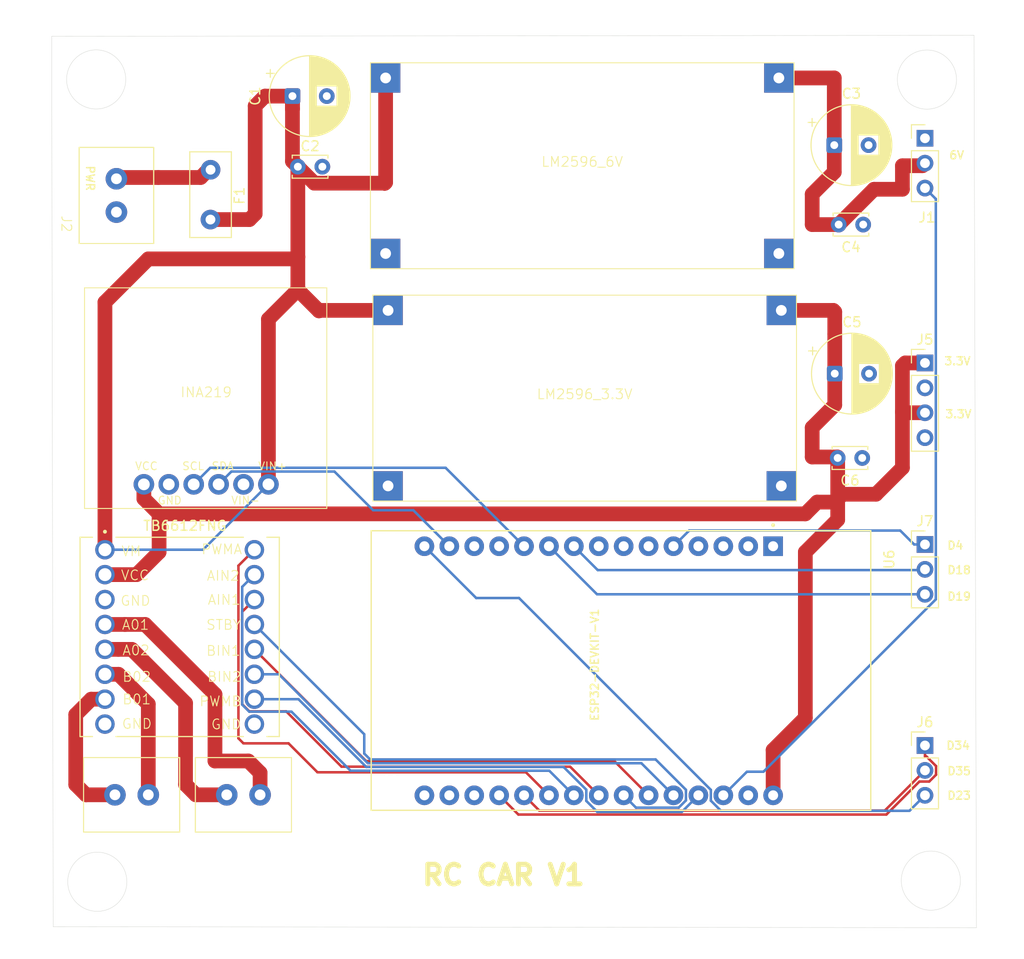
<source format=kicad_pcb>
(kicad_pcb (version 20241229) (generator "pcbnew") (generator_version "9.0")
  (layers (0 "F.Cu" signal "Front") (4 "In1.Cu" power) (6 "In2.Cu" power) (2 "B.Cu" signal "Back") (13 "F.Paste" user) (15 "B.Paste" user) (5 "F.SilkS" user "F.Silkscreen") (7 "B.SilkS" user "B.Silkscreen") (1 "F.Mask" user) (3 "B.Mask" user) (25 "Edge.Cuts" user))
  (net 0 "")
  (net 1 "GND")
  (net 2 "+6V")
  (net 3 "+3.3V")
  (net 4 "+7.5V")
  (net 5 "Net-(J1-Pin_3)")
  (net 6 "Net-(J3-Pin_1)")
  (net 7 "Net-(J3-Pin_2)")
  (net 8 "Net-(J4-Pin_1)")
  (net 9 "Net-(J4-Pin_2)")
  (net 10 "Net-(U3-STBY)")
  (net 11 "Net-(U3-PWMB)")
  (net 12 "Net-(U3-AI2)")
  (net 13 "Net-(U3-BI1)")
  (net 14 "Net-(U3-BI2)")
  (net 15 "Net-(U3-PWMA)")
  (net 16 "Net-(U3-AI1)")
  (net 26 "Net-(INA219_Module1-SCL)")
  (net 27 "Net-(INA219_Module1-SDA)")
  (net 28 "Net-(J2-Pin_2)")
  (net 30 "Net-(J7-Pin_1)")
  (net 31 "Net-(J6-Pin_3)")
  (net 32 "Net-(J6-Pin_2)")
  (net 33 "Net-(J7-Pin_3)")
  (net 34 "Net-(J6-Pin_1)")
  (net 35 "Net-(J7-Pin_2)")
  (footprint "custom:ScrewTerminal_01x02_Custom_4.5mm" (layer "F.Cu") (at 122.6 134.45)
    (property "Reference" "J3" (hide yes))
    (property "Value" "Screw_Terminal_01x02")
    (pad "1" thru_hole circle (at 1.7 0) (size 2.2 2.2) (drill 1.1) (layers "*.Cu" "*.Mask") (net 6 "Net-(J3-Pin_1)"))
    (pad "2" thru_hole circle (at -1.7 0) (size 2.2 2.2) (drill 1.1) (layers "*.Cu" "*.Mask") (net 7 "Net-(J3-Pin_2)"))
  )
  (footprint "Fuse:Fuse_Littelfuse_395Series" (layer "F.Cu") (at 119.25 70.71 -90)
    (property "Reference" "F1" (at 2.65 -2.95 270) (layer "F.SilkS"))
    (property "Value" "Polyfuse")
    (pad "1" thru_hole circle (at 0 0 270) (size 2 2) (drill 1) (layers "*.Cu" "*.Mask") (net 28 "Net-(J2-Pin_2)"))
    (pad "2" thru_hole circle (at 5.08 0.01 270) (size 2 2) (drill 1) (layers "*.Cu" "*.Mask") (net 4 "+7.5V"))
  )
  (footprint "custom:LM2596S_Module" (layer "F.Cu") (at 157.15 70.4)
    (property "Reference" "LM2596_6V" (at 0 -0.5 0) (layer "F.SilkS") (effects (font (thickness 0.1))))
    (property "Value" "~")
    (pad "1" thru_hole rect (at -20.05 -9.05) (size 3 3) (drill 1.1) (layers "*.Cu" "*.Mask") (net 4 "+7.5V"))
    (pad "2" thru_hole rect (at -20.05 8.85) (size 3 3) (drill 1.1) (layers "*.Cu" "*.Mask") (net 1 "GND"))
    (pad "3" thru_hole rect (at 20.05 -9.05) (size 3 3) (drill 1.1) (layers "*.Cu" "*.Mask") (net 2 "+6V"))
    (pad "4" thru_hole rect (at 20.05 8.85) (size 3 3) (drill 1.1) (layers "*.Cu" "*.Mask") (net 1 "GND"))
  )
  (footprint "Capacitor_THT:C_Disc_D3.4mm_W2.1mm_P2.50mm" (layer "F.Cu") (at 185.7 100.1 180)
    (property "Reference" "C6" (at 1.25 -2.3 0) (layer "F.SilkS"))
    (property "Value" "C")
    (pad "1" thru_hole circle (at 0 0 180) (size 1.6 1.6) (drill 0.8) (layers "*.Cu" "*.Mask") (net 1 "GND"))
    (pad "2" thru_hole circle (at 2.5 0 180) (size 1.6 1.6) (drill 0.8) (layers "*.Cu" "*.Mask") (net 3 "+3.3V"))
  )
  (footprint "Connector_PinHeader_2.54mm:PinHeader_1x03_P2.54mm_Vertical" (layer "F.Cu") (at 192.1 108.92)
    (property "Reference" "J7" (at 0 -2.38 0) (layer "F.SilkS"))
    (property "Value" "Conn_01x03_Pin")
    (pad "1" thru_hole rect (at 0 0) (size 1.7 1.7) (drill 1) (layers "*.Cu" "*.Mask") (net 30 "Net-(J7-Pin_1)"))
    (pad "2" thru_hole circle (at 0 2.54) (size 1.7 1.7) (drill 1) (layers "*.Cu" "*.Mask") (net 35 "Net-(J7-Pin_2)"))
    (pad "3" thru_hole circle (at 0 5.08) (size 1.7 1.7) (drill 1) (layers "*.Cu" "*.Mask") (net 33 "Net-(J7-Pin_3)"))
  )
  (footprint "ROB-14450:MODULE_ROB-14450" (layer "F.Cu") (at 116.1 118.3466)
    (property "Reference" "U3" (hide yes))
    (property "Value" "ROB-14450" (hide yes))
    (fp_text user "A02" (at -5.9 1.95 0) (layer "F.SilkS") (effects (font (thickness 0.1)) (justify left bottom)))
    (fp_text user "PWMA" (at 2.15 -8.35 0) (layer "F.SilkS") (effects (font (thickness 0.1)) (justify left bottom)))
    (fp_text user "B01" (at -5.9 6.95 0) (layer "F.SilkS") (effects (font (thickness 0.1)) (justify left bottom)))
    (fp_text user "AIN1" (at 2.8 -3.2 0) (layer "F.SilkS") (effects (font (thickness 0.1)) (justify left bottom)))
    (fp_text user "PWMB" (at 1.95 7.15 0) (layer "F.SilkS") (effects (font (thickness 0.1)) (justify left bottom)))
    (fp_text user "VM" (at -6 -8.15 0) (layer "F.SilkS") (effects (font (thickness 0.1)) (justify left bottom)))
    (fp_text user "B02" (at -5.9 4.65 0) (layer "F.SilkS") (effects (font (thickness 0.1)) (justify left bottom)))
    (fp_text user "BIN1" (at 2.65 2 0) (layer "F.SilkS") (effects (font (thickness 0.1)) (justify left bottom)))
    (fp_text user "BIN2" (at 2.75 4.65 0) (layer "F.SilkS") (effects (font (thickness 0.1)) (justify left bottom)))
    (fp_text user "STBY" (at 2.65 -0.65 0) (layer "F.SilkS") (effects (font (thickness 0.1)) (justify left bottom)))
    (fp_text user "AIN2" (at 2.7 -5.65 0) (layer "F.SilkS") (effects (font (thickness 0.1)) (justify left bottom)))
    (fp_text user "GND" (at -6.1 -3.1 0) (layer "F.SilkS") (effects (font (thickness 0.1)) (justify left bottom)))
    (fp_text user "VCC" (at -6.05 -5.7 0) (layer "F.SilkS") (effects (font (thickness 0.1)) (justify left bottom)))
    (fp_text user "GND" (at -5.95 9.45 0) (layer "F.SilkS") (effects (font (thickness 0.1)) (justify left bottom)))
    (fp_text user "GND" (at 3.15 9.5 0) (layer "F.SilkS") (effects (font (thickness 0.1)) (justify left bottom)))
    (fp_text user "A01" (at -5.95 -0.65 0) (layer "F.SilkS") (effects (font (thickness 0.1)) (justify left bottom)))
    (pad "1" thru_hole circle (at -7.62 -8.89) (size 1.98 1.98) (drill 1.32) (layers "*.Cu" "*.Mask") (net 4 "+7.5V"))
    (pad "2" thru_hole circle (at -7.62 -6.35) (size 1.98 1.98) (drill 1.32) (layers "*.Cu" "*.Mask") (net 3 "+3.3V"))
    (pad "3" thru_hole circle (at -7.62 -3.81) (size 1.98 1.98) (drill 1.32) (layers "*.Cu" "*.Mask") (net 1 "GND"))
    (pad "4" thru_hole circle (at -7.62 -1.27) (size 1.98 1.98) (drill 1.32) (layers "*.Cu" "*.Mask") (net 6 "Net-(J3-Pin_1)"))
    (pad "5" thru_hole circle (at -7.62 1.27) (size 1.98 1.98) (drill 1.32) (layers "*.Cu" "*.Mask") (net 7 "Net-(J3-Pin_2)"))
    (pad "6" thru_hole circle (at -7.62 3.81) (size 1.98 1.98) (drill 1.32) (layers "*.Cu" "*.Mask") (net 9 "Net-(J4-Pin_2)"))
    (pad "7" thru_hole circle (at -7.62 6.35) (size 1.98 1.98) (drill 1.32) (layers "*.Cu" "*.Mask") (net 8 "Net-(J4-Pin_1)"))
    (pad "8" thru_hole circle (at -7.62 8.89) (size 1.98 1.98) (drill 1.32) (layers "*.Cu" "*.Mask") (net 1 "GND"))
    (pad "9" thru_hole circle (at 7.62 8.89) (size 1.98 1.98) (drill 1.32) (layers "*.Cu" "*.Mask") (net 1 "GND"))
    (pad "10" thru_hole circle (at 7.62 6.35) (size 1.98 1.98) (drill 1.32) (layers "*.Cu" "*.Mask") (net 11 "Net-(U3-PWMB)"))
    (pad "11" thru_hole circle (at 7.62 3.81) (size 1.98 1.98) (drill 1.32) (layers "*.Cu" "*.Mask") (net 14 "Net-(U3-BI2)"))
    (pad "12" thru_hole circle (at 7.62 1.27) (size 1.98 1.98) (drill 1.32) (layers "*.Cu" "*.Mask") (net 13 "Net-(U3-BI1)"))
    (pad "13" thru_hole circle (at 7.62 -1.27) (size 1.98 1.98) (drill 1.32) (layers "*.Cu" "*.Mask") (net 10 "Net-(U3-STBY)"))
    (pad "14" thru_hole circle (at 7.62 -3.81) (size 1.98 1.98) (drill 1.32) (layers "*.Cu" "*.Mask") (net 16 "Net-(U3-AI1)"))
    (pad "15" thru_hole circle (at 7.62 -6.35) (size 1.98 1.98) (drill 1.32) (layers "*.Cu" "*.Mask") (net 12 "Net-(U3-AI2)"))
    (pad "16" thru_hole circle (at 7.62 -8.89) (size 1.98 1.98) (drill 1.32) (layers "*.Cu" "*.Mask") (net 15 "Net-(U3-PWMA)"))
  )
  (footprint "Capacitor_THT:CP_Radial_D8.0mm_P3.50mm" (layer "F.Cu") (at 127.6 63.2)
    (property "Reference" "C1" (at -3.8 0 90) (layer "F.SilkS"))
    (property "Value" "C_Polarized")
    (pad "1" thru_hole roundrect (at 0 0) (size 1.6 1.6) (drill 0.8) (layers "*.Cu" "*.Mask") (roundrect_rratio 0.15625) (net 4 "+7.5V"))
    (pad "2" thru_hole circle (at 3.5 0) (size 1.6 1.6) (drill 0.8) (layers "*.Cu" "*.Mask") (net 1 "GND"))
  )
  (footprint "ESP32-DEVKIT-V1:MODULE_ESP32_DEVKIT_V1" (layer "F.Cu") (at 161.1 121.8 -90)
    (property "Reference" "U6" (at -11.355 -27.36 90) (layer "F.SilkS"))
    (property "Value" "ESP32-DEVKIT-V1")
    (pad "" np_thru_hole circle (at -12.28 -23.475 270) (size 3 3) (drill 3) (layers "*.Cu" "*.Mask"))
    (pad "" np_thru_hole circle (at -12.28 23.475 270) (size 3 3) (drill 3) (layers "*.Cu" "*.Mask"))
    (pad "" np_thru_hole circle (at 12.23 -23.475 270) (size 3 3) (drill 3) (layers "*.Cu" "*.Mask"))
    (pad "" np_thru_hole circle (at 12.23 23.475 270) (size 3 3) (drill 3) (layers "*.Cu" "*.Mask"))
    (pad "1" thru_hole rect (at -12.7 -15.515 270) (size 2 2) (drill 1.02) (layers "*.Cu" "*.Mask"))
    (pad "2" thru_hole circle (at -12.7 -12.975 270) (size 2 2) (drill 1.02) (layers "*.Cu" "*.Mask") (net 1 "GND"))
    (pad "3" thru_hole circle (at -12.7 -10.435 270) (size 2 2) (drill 1.02) (layers "*.Cu" "*.Mask"))
    (pad "4" thru_hole circle (at -12.7 -7.895 270) (size 2 2) (drill 1.02) (layers "*.Cu" "*.Mask"))
    (pad "5" thru_hole circle (at -12.7 -5.355 270) (size 2 2) (drill 1.02) (layers "*.Cu" "*.Mask") (net 30 "Net-(J7-Pin_1)"))
    (pad "6" thru_hole circle (at -12.7 -2.815 270) (size 2 2) (drill 1.02) (layers "*.Cu" "*.Mask"))
    (pad "7" thru_hole circle (at -12.7 -0.275 270) (size 2 2) (drill 1.02) (layers "*.Cu" "*.Mask"))
    (pad "8" thru_hole circle (at -12.7 2.265 270) (size 2 2) (drill 1.02) (layers "*.Cu" "*.Mask"))
    (pad "9" thru_hole circle (at -12.7 4.805 270) (size 2 2) (drill 1.02) (layers "*.Cu" "*.Mask") (net 35 "Net-(J7-Pin_2)"))
    (pad "10" thru_hole circle (at -12.7 7.345 270) (size 2 2) (drill 1.02) (layers "*.Cu" "*.Mask") (net 33 "Net-(J7-Pin_3)"))
    (pad "11" thru_hole circle (at -12.7 9.885 270) (size 2 2) (drill 1.02) (layers "*.Cu" "*.Mask") (net 27 "Net-(INA219_Module1-SDA)"))
    (pad "12" thru_hole circle (at -12.7 12.425 270) (size 2 2) (drill 1.02) (layers "*.Cu" "*.Mask"))
    (pad "13" thru_hole circle (at -12.7 14.965 270) (size 2 2) (drill 1.02) (layers "*.Cu" "*.Mask"))
    (pad "14" thru_hole circle (at -12.7 17.505 270) (size 2 2) (drill 1.02) (layers "*.Cu" "*.Mask") (net 26 "Net-(INA219_Module1-SCL)"))
    (pad "15" thru_hole circle (at -12.7 20.045 270) (size 2 2) (drill 1.02) (layers "*.Cu" "*.Mask") (net 31 "Net-(J6-Pin_3)"))
    (pad "16" thru_hole circle (at 12.7 20.045 270) (size 2 2) (drill 1.02) (layers "*.Cu" "*.Mask"))
    (pad "17" thru_hole circle (at 12.7 17.505 270) (size 2 2) (drill 1.02) (layers "*.Cu" "*.Mask"))
    (pad "18" thru_hole circle (at 12.7 14.965 270) (size 2 2) (drill 1.02) (layers "*.Cu" "*.Mask"))
    (pad "19" thru_hole circle (at 12.7 12.425 270) (size 2 2) (drill 1.02) (layers "*.Cu" "*.Mask") (net 34 "Net-(J6-Pin_1)"))
    (pad "20" thru_hole circle (at 12.7 9.885 270) (size 2 2) (drill 1.02) (layers "*.Cu" "*.Mask") (net 32 "Net-(J6-Pin_2)"))
    (pad "21" thru_hole circle (at 12.7 7.345 270) (size 2 2) (drill 1.02) (layers "*.Cu" "*.Mask") (net 15 "Net-(U3-PWMA)"))
    (pad "22" thru_hole circle (at 12.7 4.805 270) (size 2 2) (drill 1.02) (layers "*.Cu" "*.Mask") (net 12 "Net-(U3-AI2)"))
    (pad "23" thru_hole circle (at 12.7 2.265 270) (size 2 2) (drill 1.02) (layers "*.Cu" "*.Mask") (net 16 "Net-(U3-AI1)"))
    (pad "24" thru_hole circle (at 12.7 -0.275 270) (size 2 2) (drill 1.02) (layers "*.Cu" "*.Mask") (net 10 "Net-(U3-STBY)"))
    (pad "25" thru_hole circle (at 12.7 -2.815 270) (size 2 2) (drill 1.02) (layers "*.Cu" "*.Mask") (net 13 "Net-(U3-BI1)"))
    (pad "26" thru_hole circle (at 12.7 -5.355 270) (size 2 2) (drill 1.02) (layers "*.Cu" "*.Mask") (net 14 "Net-(U3-BI2)"))
    (pad "27" thru_hole circle (at 12.7 -7.895 270) (size 2 2) (drill 1.02) (layers "*.Cu" "*.Mask") (net 11 "Net-(U3-PWMB)"))
    (pad "28" thru_hole circle (at 12.7 -10.435 270) (size 2 2) (drill 1.02) (layers "*.Cu" "*.Mask") (net 5 "Net-(J1-Pin_3)"))
    (pad "29" thru_hole circle (at 12.7 -12.975 270) (size 2 2) (drill 1.02) (layers "*.Cu" "*.Mask") (net 1 "GND"))
    (pad "30" thru_hole circle (at 12.7 -15.515 270) (size 2 2) (drill 1.02) (layers "*.Cu" "*.Mask") (net 3 "+3.3V"))
  )
  (footprint "Capacitor_THT:CP_Radial_D8.0mm_P3.50mm" (layer "F.Cu") (at 182.9 91.5)
    (property "Reference" "C5" (at 1.75 -5.25 0) (layer "F.SilkS"))
    (property "Value" "C_Polarized")
    (pad "1" thru_hole roundrect (at 0 0) (size 1.6 1.6) (drill 0.8) (layers "*.Cu" "*.Mask") (roundrect_rratio 0.15625) (net 3 "+3.3V"))
    (pad "2" thru_hole circle (at 3.5 0) (size 1.6 1.6) (drill 0.8) (layers "*.Cu" "*.Mask") (net 1 "GND"))
  )
  (footprint "custom:ScrewTerminal_01x02_Custom_4.5mm" (layer "F.Cu") (at 111.2 134.45 180)
    (property "Reference" "J4" (hide yes))
    (property "Value" "Screw_Terminal_01x02")
    (pad "1" thru_hole circle (at 1.7 0 180) (size 2.2 2.2) (drill 1.1) (layers "*.Cu" "*.Mask") (net 8 "Net-(J4-Pin_1)"))
    (pad "2" thru_hole circle (at -1.7 0 180) (size 2.2 2.2) (drill 1.1) (layers "*.Cu" "*.Mask") (net 9 "Net-(J4-Pin_2)"))
  )
  (footprint "custom:ScrewTerminal_01x02_Custom_4.5mm" (layer "F.Cu") (at 109.65 73.33 -90)
    (property "Reference" "J2" (at 2.9 5.1 270) (layer "F.SilkS") (effects (font (thickness 0.1))))
    (property "Value" "Screw_Terminal_01x02")
    (pad "1" thru_hole circle (at 1.7 0 270) (size 2.2 2.2) (drill 1.1) (layers "*.Cu" "*.Mask") (net 1 "GND"))
    (pad "2" thru_hole circle (at -1.7 0 270) (size 2.2 2.2) (drill 1.1) (layers "*.Cu" "*.Mask") (net 28 "Net-(J2-Pin_2)"))
  )
  (footprint "custom:INA219_Module" (layer "F.Cu") (at 118.8 93.9)
    (property "Reference" "INA219" (at 0 -0.5 0) (layer "F.SilkS") (effects (font (thickness 0.1))))
    (property "Value" "~")
    (fp_text user "VCC" (at -7.3 7.5 0) (layer "F.SilkS") (effects (font (size 0.8 0.8) (thickness 0.1)) (justify left bottom)))
    (fp_text user "VIN+" (at 5.25 7.5 0) (layer "F.SilkS") (effects (font (size 0.8 0.8) (thickness 0.1)) (justify left bottom)))
    (fp_text user "SCL" (at -2.5 7.5 0) (layer "F.SilkS") (effects (font (size 0.8 0.8) (thickness 0.1)) (justify left bottom)))
    (fp_text user "VIN-" (at 2.5 11 0) (layer "F.SilkS") (effects (font (size 0.8 0.8) (thickness 0.1)) (justify left bottom)))
    (fp_text user "SDA" (at 0.5 7.5 0) (layer "F.SilkS") (effects (font (size 0.8 0.8) (thickness 0.1)) (justify left bottom)))
    (fp_text user "GND" (at -5 11 0) (layer "F.SilkS") (effects (font (size 0.8 0.8) (thickness 0.1)) (justify left bottom)))
    (pad "1" thru_hole circle (at -6.35 8.89) (size 2.1 2.1) (drill 1.2) (layers "*.Cu" "*.Mask") (net 3 "+3.3V"))
    (pad "2" thru_hole circle (at -3.81 8.89) (size 2.1 2.1) (drill 1.2) (layers "*.Cu" "*.Mask") (net 1 "GND"))
    (pad "3" thru_hole circle (at -1.27 8.89) (size 2.1 2.1) (drill 1.2) (layers "*.Cu" "*.Mask") (net 27 "Net-(INA219_Module1-SDA)"))
    (pad "4" thru_hole circle (at 1.27 8.89) (size 2.1 2.1) (drill 1.2) (layers "*.Cu" "*.Mask") (net 26 "Net-(INA219_Module1-SCL)"))
    (pad "5" thru_hole circle (at 3.81 8.89) (size 2.1 2.1) (drill 1.2) (layers "*.Cu" "*.Mask") (net 1 "GND"))
    (pad "6" thru_hole circle (at 6.35 8.89) (size 2.1 2.1) (drill 1.2) (layers "*.Cu" "*.Mask") (net 4 "+7.5V"))
  )
  (footprint "Capacitor_THT:C_Disc_D3.4mm_W2.1mm_P2.50mm" (layer "F.Cu") (at 185.8 76.3 180)
    (property "Reference" "C4" (at 1.25 -2.3 0) (layer "F.SilkS"))
    (property "Value" "C")
    (pad "1" thru_hole circle (at 0 0 180) (size 1.6 1.6) (drill 0.8) (layers "*.Cu" "*.Mask") (net 1 "GND"))
    (pad "2" thru_hole circle (at 2.5 0 180) (size 1.6 1.6) (drill 0.8) (layers "*.Cu" "*.Mask") (net 2 "+6V"))
  )
  (footprint "custom:LM2596S_Module" (layer "F.Cu") (at 157.4 94.1)
    (property "Reference" "LM2596_3.3V" (at 0 -0.5 0) (layer "F.SilkS") (effects (font (thickness 0.1))))
    (property "Value" "~")
    (pad "1" thru_hole rect (at -20.05 -9.05) (size 3 3) (drill 1.1) (layers "*.Cu" "*.Mask") (net 4 "+7.5V"))
    (pad "2" thru_hole rect (at -20.05 8.85) (size 3 3) (drill 1.1) (layers "*.Cu" "*.Mask") (net 1 "GND"))
    (pad "3" thru_hole rect (at 20.05 -9.05) (size 3 3) (drill 1.1) (layers "*.Cu" "*.Mask") (net 3 "+3.3V"))
    (pad "4" thru_hole rect (at 20.05 8.85) (size 3 3) (drill 1.1) (layers "*.Cu" "*.Mask") (net 1 "GND"))
  )
  (footprint "Connector_PinHeader_2.54mm:PinHeader_1x04_P2.54mm_Vertical" (layer "F.Cu") (at 192.1 90.41)
    (property "Reference" "J5" (at 0 -2.38 0) (layer "F.SilkS"))
    (property "Value" "Conn_01x04_Pin")
    (pad "1" thru_hole rect (at 0 0) (size 1.7 1.7) (drill 1) (layers "*.Cu" "*.Mask") (net 3 "+3.3V"))
    (pad "2" thru_hole circle (at 0 2.54) (size 1.7 1.7) (drill 1) (layers "*.Cu" "*.Mask") (net 1 "GND"))
    (pad "3" thru_hole circle (at 0 5.08) (size 1.7 1.7) (drill 1) (layers "*.Cu" "*.Mask") (net 3 "+3.3V"))
    (pad "4" thru_hole circle (at 0 7.62) (size 1.7 1.7) (drill 1) (layers "*.Cu" "*.Mask") (net 1 "GND"))
  )
  (footprint "Connector_PinHeader_2.54mm:PinHeader_1x03_P2.54mm_Vertical" (layer "F.Cu") (at 192.1 67.5)
    (property "Reference" "J1" (at 0.2 8.08 0) (layer "F.SilkS"))
    (property "Value" "Conn_01x03_Pin")
    (pad "1" thru_hole rect (at 0 0) (size 1.7 1.7) (drill 1) (layers "*.Cu" "*.Mask") (net 1 "GND"))
    (pad "2" thru_hole circle (at 0 2.54) (size 1.7 1.7) (drill 1) (layers "*.Cu" "*.Mask") (net 2 "+6V"))
    (pad "3" thru_hole circle (at 0 5.08) (size 1.7 1.7) (drill 1) (layers "*.Cu" "*.Mask") (net 5 "Net-(J1-Pin_3)"))
  )
  (footprint "Capacitor_THT:C_Disc_D3.4mm_W2.1mm_P2.50mm" (layer "F.Cu") (at 128.15 70.4)
    (property "Reference" "C2" (at 1.25 -2.1 0) (layer "F.SilkS"))
    (property "Value" "C")
    (pad "1" thru_hole circle (at 0 0) (size 1.6 1.6) (drill 0.8) (layers "*.Cu" "*.Mask") (net 4 "+7.5V"))
    (pad "2" thru_hole circle (at 2.5 0) (size 1.6 1.6) (drill 0.8) (layers "*.Cu" "*.Mask") (net 1 "GND"))
  )
  (footprint "Capacitor_THT:CP_Radial_D8.0mm_P3.50mm" (layer "F.Cu") (at 182.85 68.2)
    (property "Reference" "C3" (at 1.75 -5.25 0) (layer "F.SilkS"))
    (property "Value" "C_Polarized")
    (pad "1" thru_hole roundrect (at 0 0) (size 1.6 1.6) (drill 0.8) (layers "*.Cu" "*.Mask") (roundrect_rratio 0.15625) (net 2 "+6V"))
    (pad "2" thru_hole circle (at 3.5 0) (size 1.6 1.6) (drill 0.8) (layers "*.Cu" "*.Mask") (net 1 "GND"))
  )
  (footprint "Connector_PinHeader_2.54mm:PinHeader_1x03_P2.54mm_Vertical" (layer "F.Cu") (at 192.1 129.42)
    (property "Reference" "J6" (at 0 -2.38 0) (layer "F.SilkS"))
    (property "Value" "Conn_01x03_Pin")
    (pad "1" thru_hole rect (at 0 0) (size 1.7 1.7) (drill 1) (layers "*.Cu" "*.Mask") (net 34 "Net-(J6-Pin_1)"))
    (pad "2" thru_hole circle (at 0 2.54) (size 1.7 1.7) (drill 1) (layers "*.Cu" "*.Mask") (net 32 "Net-(J6-Pin_2)"))
    (pad "3" thru_hole circle (at 0 5.08) (size 1.7 1.7) (drill 1) (layers "*.Cu" "*.Mask") (net 31 "Net-(J6-Pin_3)"))
  )
  (gr_circle (center 107.585037 61.5) (end 110.585037 61.2) (stroke (width 0.0381)) (fill no) (layer "Edge.Cuts"))
  (gr_circle (center 192.7 143.2) (end 195.7 142.9) (stroke (width 0.0381)) (fill no) (layer "Edge.Cuts"))
  (gr_line (start 197.099726 56.999734) (end 103.05 57.1) (stroke (width 0.0381)) (layer "Edge.Cuts"))
  (gr_line (start 197.349061 148) (end 103.200623 147.9) (stroke (width 0.0381)) (layer "Edge.Cuts"))
  (gr_circle (center 192.3 61.514963) (end 195.3 61.214963) (stroke (width 0.0381)) (fill no) (layer "Edge.Cuts"))
  (gr_line (start 103.05 57.1) (end 103.200623 147.9) (stroke (width 0.0381)) (layer "Edge.Cuts"))
  (gr_line (start 197.349061 148) (end 197.099726 56.999734) (stroke (width 0.0381)) (layer "Edge.Cuts"))
  (gr_circle (center 107.7 143.314963) (end 110.7 143.014963) (stroke (width 0.0381)) (fill no) (layer "Edge.Cuts"))
  (gr_text "D35" (at 194.3 132.5 0) (layer "F.SilkS") (effects (font (size 0.8128 0.8128) (thickness 0.1524) (bold yes)) (justify left bottom)))
  (gr_text "D4" (at 194.3 109.5 0) (layer "F.SilkS") (effects (font (size 0.8128 0.8128) (thickness 0.1524) (bold yes)) (justify left bottom)))
  (gr_text "D19" (at 194.3 114.7 0) (layer "F.SilkS") (effects (font (size 0.8128 0.8128) (thickness 0.1524) (bold yes)) (justify left bottom)))
  (gr_text "6V" (at 194.5 69.7 0) (layer "F.SilkS") (effects (font (size 0.8128 0.8128) (thickness 0.1524) (bold yes)) (justify left bottom)))
  (gr_text "RC CAR V1" (at 140.6 143.8 0) (layer "F.SilkS") (effects (font (size 2 2) (thickness 0.5) (bold yes)) (justify left bottom)))
  (gr_text "D18\n" (at 194.3 112 0) (layer "F.SilkS") (effects (font (size 0.8128 0.8128) (thickness 0.1524) (bold yes)) (justify left bottom)))
  (gr_text "3.3V\n" (at 194.1 96.1 0) (layer "F.SilkS") (effects (font (size 0.8128 0.8128) (thickness 0.1524) (bold yes)) (justify left bottom)))
  (gr_text "D34" (at 194.2 129.9 0) (layer "F.SilkS") (effects (font (size 0.8128 0.8128) (thickness 0.1524) (bold yes)) (justify left bottom)))
  (gr_text "TB6612FNG" (at 112.3 107.6 0) (layer "F.SilkS") (effects (font (size 1 1) (thickness 0.1524) (bold yes)) (justify left bottom)))
  (gr_text "3.3V" (at 194 90.7 0) (layer "F.SilkS") (effects (font (size 0.8128 0.8128) (thickness 0.1524) (bold yes)) (justify left bottom)))
  (gr_text "D23\n" (at 194.3 135 0) (layer "F.SilkS") (effects (font (size 0.8128 0.8128) (thickness 0.1524) (bold yes)) (justify left bottom)))
  (gr_text "ESP32-DEVKIT-V1" (at 158.9 127 90) (layer "F.SilkS") (effects (font (size 0.8128 0.8128) (thickness 0.1524) (bold yes)) (justify left bottom)))
  (gr_text "PWR" (at 106.5 70.2 270) (layer "F.SilkS") (effects (font (size 0.8128 0.8128) (thickness 0.1524) (bold yes)) (justify left bottom)))
  (segment (start 182.85 70.95) (end 180.6 73.2) (width 1.5) (layer "F.Cu") (net 2))
  (segment (start 186.9 72.7) (end 189.8 72.7) (width 1.5) (layer "F.Cu") (net 2))
  (segment (start 180.6 73.2) (end 180.6 76.3) (width 1.5) (layer "F.Cu") (net 2))
  (segment (start 177.2 61.35) (end 182.85 61.35) (width 1.5) (layer "F.Cu") (net 2))
  (segment (start 191.84 70.3) (end 192.1 70.04) (width 1.5) (layer "F.Cu") (net 2))
  (segment (start 183.3 76.3) (end 186.9 72.7) (width 1.5) (layer "F.Cu") (net 2))
  (segment (start 182.85 68.2) (end 182.85 70.95) (width 1.5) (layer "F.Cu") (net 2))
  (segment (start 182.85 61.35) (end 182.85 68.2) (width 1.5) (layer "F.Cu") (net 2))
  (segment (start 189.8 72.7) (end 189.8 70.3) (width 1.5) (layer "F.Cu") (net 2))
  (segment (start 180.6 76.3) (end 183.3 76.3) (width 1.5) (layer "F.Cu") (net 2))
  (segment (start 189.8 70.3) (end 191.84 70.3) (width 1.5) (layer "F.Cu") (net 2))
  (segment (start 183.2 100.027) (end 183.2 100.1) (width 1.5) (layer "F.Cu") (net 3))
  (segment (start 189.8 95.39) (end 189.8 101.1) (width 1.5) (layer "F.Cu") (net 3))
  (segment (start 176.615 129.885) (end 176.615 134.5) (width 1.5) (layer "F.Cu") (net 3))
  (segment (start 189.8 101.1) (end 187.1 103.8) (width 1.5) (layer "F.Cu") (net 3))
  (segment (start 183.173 100) (end 183.2 100.027) (width 1.5) (layer "F.Cu") (net 3))
  (segment (start 114 109.7) (end 114 105.8) (width 1.5) (layer "F.Cu") (net 3))
  (segment (start 183.7 103.8) (end 183.2 104.3) (width 1.5) (layer "F.Cu") (net 3))
  (segment (start 182.9 94.7) (end 180.6 97) (width 1.5) (layer "F.Cu") (net 3))
  (segment (start 177.45 85.05) (end 182.75 85.05) (width 1.5) (layer "F.Cu") (net 3))
  (segment (start 182.9 87.4577) (end 182.9 91.5) (width 1.5) (layer "F.Cu") (net 3))
  (segment (start 192.1 95.49) (end 189.9 95.49) (width 1.5) (layer "F.Cu") (net 3))
  (segment (start 108.48 111.997) (end 111.703 111.997) (width 1.5) (layer "F.Cu") (net 3))
  (segment (start 183.2 104.3) (end 183.2 106.4) (width 1.5) (layer "F.Cu") (net 3))
  (segment (start 182.9 85.2) (end 182.9 87.4577) (width 1.5) (layer "F.Cu") (net 3))
  (segment (start 183.2 104.3) (end 182.9 104.6) (width 1.5) (layer "F.Cu") (net 3))
  (segment (start 182.9 91.5) (end 182.9 94.7) (width 1.5) (layer "F.Cu") (net 3))
  (segment (start 108.48 111.9966) (end 108.48 111.997) (width 0.254) (layer "F.Cu") (net 3))
  (segment (start 183.2 106.4) (end 179.9 109.7) (width 1.5) (layer "F.Cu") (net 3))
  (segment (start 190.09 90.41) (end 189.8 90.7) (width 1.5) (layer "F.Cu") (net 3))
  (segment (start 187.1 103.8) (end 183.7 103.8) (width 1.5) (layer "F.Cu") (net 3))
  (segment (start 180.6 100) (end 183.173 100) (width 1.5) (layer "F.Cu") (net 3))
  (segment (start 183.2 100.1) (end 183.2 104.3) (width 1.5) (layer "F.Cu") (net 3))
  (segment (start 114 105.8) (end 112.45 104.25) (width 1.5) (layer "F.Cu") (net 3))
  (segment (start 179.9 109.7) (end 179.9 126.6) (width 1.5) (layer "F.Cu") (net 3))
  (segment (start 180.6 97) (end 180.6 100) (width 1.5) (layer "F.Cu") (net 3))
  (segment (start 182.9 104.6) (end 181.1 104.6) (width 1.5) (layer "F.Cu") (net 3))
  (segment (start 181.1 104.6) (end 179.9 105.8) (width 1.5) (layer "F.Cu") (net 3))
  (segment (start 189.9 95.49) (end 189.8 95.39) (width 1.5) (layer "F.Cu") (net 3))
  (segment (start 111.703 111.997) (end 114 109.7) (width 1.5) (layer "F.Cu") (net 3))
  (segment (start 112.45 104.25) (end 112.45 102.79) (width 1.5) (layer "F.Cu") (net 3))
  (segment (start 182.75 85.05) (end 182.9 85.2) (width 1.5) (layer "F.Cu") (net 3))
  (segment (start 189.8 90.7) (end 189.8 95.39) (width 1.5) (layer "F.Cu") (net 3))
  (segment (start 192.1 90.41) (end 190.09 90.41) (width 1.5) (layer "F.Cu") (net 3))
  (segment (start 179.9 105.8) (end 114 105.8) (width 1.5) (layer "F.Cu") (net 3))
  (segment (start 179.9 126.6) (end 176.615 129.885) (width 1.5) (layer "F.Cu") (net 3))
  (segment (start 128.15 79.6) (end 127.95 79.8) (width 1.5) (layer "F.Cu") (net 4))
  (segment (start 127.6 64.5) (end 127.6 63.2) (width 1.5) (layer "F.Cu") (net 4))
  (segment (start 112.9 79.8) (end 108.48 84.22) (width 1.5) (layer "F.Cu") (net 4))
  (segment (start 127.6 63.2) (end 127.6 64.5) (width 1.5) (layer "F.Cu") (net 4))
  (segment (start 123.8 75.2) (end 123.8 64.2) (width 1.5) (layer "F.Cu") (net 4))
  (segment (start 130.35 85.05) (end 137.35 85.05) (width 1.5) (layer "F.Cu") (net 4))
  (segment (start 136.978 72.078) (end 137 72.1) (width 1.5) (layer "F.Cu") (net 4))
  (segment (start 137 72.1) (end 137.1 72) (width 1.5) (layer "F.Cu") (net 4))
  (segment (start 127.6 69.85) (end 128.15 70.4) (width 1.5) (layer "F.Cu") (net 4))
  (segment (start 127.6 64.5) (end 127.6 69.85) (width 1.5) (layer "F.Cu") (net 4))
  (segment (start 123.21 75.79) (end 123.8 75.2) (width 1.5) (layer "F.Cu") (net 4))
  (segment (start 128.15 79.6) (end 128.15 82.95) (width 1.5) (layer "F.Cu") (net 4))
  (segment (start 123.8 64.2) (end 124.8 63.2) (width 1.5) (layer "F.Cu") (net 4))
  (segment (start 129.828 72.078) (end 136.978 72.078) (width 1.5) (layer "F.Cu") (net 4))
  (segment (start 124.8 63.2) (end 127.6 63.2) (width 1.5) (layer "F.Cu") (net 4))
  (segment (start 119.24 75.79) (end 123.21 75.79) (width 1.5) (layer "F.Cu") (net 4))
  (segment (start 128.15 70.4) (end 128.15 79.6) (width 1.5) (layer "F.Cu") (net 4))
  (segment (start 137.1 72) (end 137.1 61.35) (width 1.5) (layer "F.Cu") (net 4))
  (segment (start 127.95 79.8) (end 112.9 79.8) (width 1.5) (layer "F.Cu") (net 4))
  (segment (start 128.15 82.95) (end 130.3 85.1) (width 1.5) (layer "F.Cu") (net 4))
  (segment (start 130.3 85.1) (end 130.35 85.05) (width 1.5) (layer "F.Cu") (net 4))
  (segment (start 128.15 70.4) (end 129.828 72.078) (width 1.5) (layer "F.Cu") (net 4))
  (segment (start 128.15 82.95) (end 125.15 85.95) (width 1.5) (layer "F.Cu") (net 4))
  (segment (start 108.48 84.22) (end 108.48 108.812) (width 1.5) (layer "F.Cu") (net 4))
  (segment (start 125.15 85.95) (end 125.15 102.79) (width 1.5) (layer "F.Cu") (net 4))
  (segment (start 118.4834 109.4566) (end 125.15 102.79) (width 0.254) (layer "B.Cu") (net 4))
  (segment (start 108.48 109.4566) (end 118.4834 109.4566) (width 0.254) (layer "B.Cu") (net 4))
  (segment (start 173.9423 132.0927) (end 171.535 134.5) (width 0.254) (layer "B.Cu") (net 5))
  (segment (start 193.2057 114.5175) (end 175.6305 132.0927) (width 0.254) (layer "B.Cu") (net 5))
  (segment (start 192.1 72.58) (end 193.2057 73.6857) (width 0.254) (layer "B.Cu") (net 5))
  (segment (start 193.2057 73.6857) (end 193.2057 114.5175) (width 0.254) (layer "B.Cu") (net 5))
  (segment (start 175.6305 132.0927) (end 173.9423 132.0927) (width 0.254) (layer "B.Cu") (net 5))
  (segment (start 119.7 131) (end 123.1 131) (width 1.5) (layer "F.Cu") (net 6))
  (segment (start 124.3 132.2) (end 124.3 134.45) (width 1.5) (layer "F.Cu") (net 6))
  (segment (start 110.5285 117.077) (end 108.4804 117.077) (width 0.254) (layer "F.Cu") (net 6))
  (segment (start 108.4804 117.077) (end 108.48 117.0766) (width 0.254) (layer "F.Cu") (net 6))
  (segment (start 123.1 131) (end 124.3 132.2) (width 1.5) (layer "F.Cu") (net 6))
  (segment (start 110.5285 117.077) (end 112.577 117.077) (width 1.5) (layer "F.Cu") (net 6))
  (segment (start 108.48 117.077) (end 110.5285 117.077) (width 1.5) (layer "F.Cu") (net 6))
  (segment (start 119.7 124.2) (end 119.7 131) (width 1.5) (layer "F.Cu") (net 6))
  (segment (start 112.577 117.077) (end 119.7 124.2) (width 1.5) (layer "F.Cu") (net 6))
  (segment (start 117.75 134.45) (end 120.9 134.45) (width 1.5) (layer "F.Cu") (net 7))
  (segment (start 108.4804 119.617) (end 108.48 119.6166) (width 0.254) (layer "F.Cu") (net 7))
  (segment (start 109.8485 119.617) (end 111.217 119.617) (width 1.5) (layer "F.Cu") (net 7))
  (segment (start 108.48 119.617) (end 109.8485 119.617) (width 1.5) (layer "F.Cu") (net 7))
  (segment (start 116.7 133.4) (end 117.75 134.45) (width 1.5) (layer "F.Cu") (net 7))
  (segment (start 111.217 119.617) (end 116.7 125.1) (width 1.5) (layer "F.Cu") (net 7))
  (segment (start 109.8485 119.617) (end 108.4804 119.617) (width 0.254) (layer "F.Cu") (net 7))
  (segment (start 116.7 125.1) (end 116.7 133.4) (width 1.5) (layer "F.Cu") (net 7))
  (segment (start 107.78 124.697) (end 107.08 124.697) (width 1.5) (layer "F.Cu") (net 8))
  (segment (start 107.08 124.697) (end 105.5 126.277) (width 1.5) (layer "F.Cu") (net 8))
  (segment (start 105.5 133.4) (end 106.55 134.45) (width 1.5) (layer "F.Cu") (net 8))
  (segment (start 106.55 134.45) (end 109.5 134.45) (width 1.5) (layer "F.Cu") (net 8))
  (segment (start 108.48 124.697) (end 107.78 124.697) (width 1.5) (layer "F.Cu") (net 8))
  (segment (start 108.4796 124.697) (end 108.48 124.6966) (width 0.254) (layer "F.Cu") (net 8))
  (segment (start 105.5 126.277) (end 105.5 133.4) (width 1.5) (layer "F.Cu") (net 8))
  (segment (start 107.78 124.697) (end 108.4796 124.697) (width 0.254) (layer "F.Cu") (net 8))
  (segment (start 108.48 122.157) (end 109.1685 122.157) (width 1.5) (layer "F.Cu") (net 9))
  (segment (start 109.1685 122.157) (end 109.857 122.157) (width 1.5) (layer "F.Cu") (net 9))
  (segment (start 109.857 122.157) (end 112.9 125.2) (width 1.5) (layer "F.Cu") (net 9))
  (segment (start 108.4804 122.157) (end 108.48 122.1566) (width 0.254) (layer "F.Cu") (net 9))
  (segment (start 109.1685 122.157) (end 108.4804 122.157) (width 0.254) (layer "F.Cu") (net 9))
  (segment (start 112.9 125.2) (end 112.9 134.45) (width 1.5) (layer "F.Cu") (net 9))
  (segment (start 161.375 134.5) (end 162.6309 135.7559) (width 0.254) (layer "B.Cu") (net 10))
  (segment (start 135.5225 130.8438) (end 134.9212 130.2425) (width 0.254) (layer "B.Cu") (net 10))
  (segment (start 164.6339 130.8438) (end 135.5225 130.8438) (width 0.254) (layer "B.Cu") (net 10))
  (segment (start 162.6309 135.7559) (end 166.9877 135.7559) (width 0.254) (layer "B.Cu") (net 10))
  (segment (start 134.9212 128.2778) (end 123.72 117.0766) (width 0.254) (layer "B.Cu") (net 10))
  (segment (start 167.725 135.0186) (end 167.725 133.9349) (width 0.254) (layer "B.Cu") (net 10))
  (segment (start 166.9877 135.7559) (end 167.725 135.0186) (width 0.254) (layer "B.Cu") (net 10))
  (segment (start 134.9212 130.2425) (end 134.9212 128.2778) (width 0.254) (layer "B.Cu") (net 10))
  (segment (start 167.725 133.9349) (end 164.6339 130.8438) (width 0.254) (layer "B.Cu") (net 10))
  (segment (start 123.72 124.6966) (end 128.2139 124.6966) (width 0.254) (layer "B.Cu") (net 11))
  (segment (start 128.2139 124.6966) (end 135.1265 131.6092) (width 0.254) (layer "B.Cu") (net 11))
  (segment (start 135.1265 131.6092) (end 155.2449 131.6092) (width 0.254) (layer "B.Cu") (net 11))
  (segment (start 158.6853 136.1902) (end 167.3048 136.1902) (width 0.254) (layer "B.Cu") (net 11))
  (segment (start 167.3048 136.1902) (end 168.995 134.5) (width 0.254) (layer "B.Cu") (net 11))
  (segment (start 157.565 133.9293) (end 157.565 135.0699) (width 0.254) (layer "B.Cu") (net 11))
  (segment (start 155.2449 131.6092) (end 157.565 133.9293) (width 0.254) (layer "B.Cu") (net 11))
  (segment (start 157.565 135.0699) (end 158.6853 136.1902) (width 0.254) (layer "B.Cu") (net 11))
  (segment (start 122.4743 125.2531) (end 123.1878 125.9666) (width 0.254) (layer "B.Cu") (net 12))
  (segment (start 123.72 111.9966) (end 122.4743 113.2423) (width 0.254) (layer "B.Cu") (net 12))
  (segment (start 153.7869 131.9919) (end 156.295 134.5) (width 0.254) (layer "B.Cu") (net 12))
  (segment (start 133.521 131.9919) (end 153.7869 131.9919) (width 0.254) (layer "B.Cu") (net 12))
  (segment (start 123.1878 125.9666) (end 127.4957 125.9666) (width 0.254) (layer "B.Cu") (net 12))
  (segment (start 122.4743 113.2423) (end 122.4743 125.2531) (width 0.254) (layer "B.Cu") (net 12))
  (segment (start 127.4957 125.9666) (end 133.521 131.9919) (width 0.254) (layer "B.Cu") (net 12))
  (segment (start 135.1087 131.0053) (end 123.72 119.6166) (width 0.254) (layer "F.Cu") (net 13))
  (segment (start 160.4203 131.0053) (end 135.1087 131.0053) (width 0.254) (layer "F.Cu") (net 13))
  (segment (start 163.915 134.5) (end 160.4203 131.0053) (width 0.254) (layer "F.Cu") (net 13))
  (segment (start 126.2151 122.1566) (end 135.285 131.2265) (width 0.254) (layer "B.Cu") (net 14))
  (segment (start 123.72 122.1566) (end 126.2151 122.1566) (width 0.254) (layer "B.Cu") (net 14))
  (segment (start 135.285 131.2265) (end 163.1815 131.2265) (width 0.254) (layer "B.Cu") (net 14))
  (segment (start 163.1815 131.2265) (end 166.455 134.5) (width 0.254) (layer "B.Cu") (net 14))
  (segment (start 123.72 109.4566) (end 122.0916 111.085) (width 0.254) (layer "F.Cu") (net 15))
  (segment (start 122.6 129.2) (end 127.2 129.2) (width 0.254) (layer "F.Cu") (net 15))
  (segment (start 130.152 132.152) (end 151.407 132.152) (width 0.254) (layer "F.Cu") (net 15))
  (segment (start 127.2 129.2) (end 130.152 132.152) (width 0.254) (layer "F.Cu") (net 15))
  (segment (start 122.0916 111.085) (end 122.0916 128.6916) (width 0.254) (layer "F.Cu") (net 15))
  (segment (start 122.0916 128.6916) (end 122.6 129.2) (width 0.254) (layer "F.Cu") (net 15))
  (segment (start 151.407 132.152) (end 153.755 134.5) (width 0.254) (layer "F.Cu") (net 15))
  (segment (start 126.9666 125.9423) (end 132.6028 131.5785) (width 0.254) (layer "F.Cu") (net 16))
  (segment (start 123.72 114.5366) (end 122.4743 115.7823) (width 0.254) (layer "F.Cu") (net 16))
  (segment (start 155.9135 131.5785) (end 158.835 134.5) (width 0.254) (layer "F.Cu") (net 16))
  (segment (start 123.2041 125.9423) (end 126.9666 125.9423) (width 0.254) (layer "F.Cu") (net 16))
  (segment (start 132.6028 131.5785) (end 155.9135 131.5785) (width 0.254) (layer "F.Cu") (net 16))
  (segment (start 122.4743 115.7823) (end 122.4743 125.2125) (width 0.254) (layer "F.Cu") (net 16))
  (segment (start 122.4743 125.2125) (end 123.2041 125.9423) (width 0.254) (layer "F.Cu") (net 16))
  (segment (start 120.07 102.79) (end 121.3767 101.4833) (width 0.254) (layer "B.Cu") (net 26))
  (segment (start 131.8815 101.4833) (end 135.8298 105.4316) (width 0.254) (layer "B.Cu") (net 26))
  (segment (start 139.9266 105.4316) (end 143.595 109.1) (width 0.254) (layer "B.Cu") (net 26))
  (segment (start 121.3767 101.4833) (end 131.8815 101.4833) (width 0.254) (layer "B.Cu") (net 26))
  (segment (start 135.8298 105.4316) (end 139.9266 105.4316) (width 0.254) (layer "B.Cu") (net 26))
  (segment (start 117.53 102.79) (end 119.2194 101.1006) (width 0.254) (layer "B.Cu") (net 27))
  (segment (start 119.2194 101.1006) (end 143.2156 101.1006) (width 0.254) (layer "B.Cu") (net 27))
  (segment (start 143.2156 101.1006) (end 151.215 109.1) (width 0.254) (layer "B.Cu") (net 27))
  (segment (start 109.78 71.5) (end 109.65 71.63) (width 0.254) (layer "F.Cu") (net 28))
  (segment (start 118.24 71.5) (end 118.7 71.04) (width 1.5) (layer "F.Cu") (net 28))
  (segment (start 109.56 71.5) (end 113.9 71.5) (width 1.5) (layer "F.Cu") (net 28))
  (segment (start 118.92 71.04) (end 119.25 70.71) (width 0.254) (layer "F.Cu") (net 28))
  (segment (start 118.7 71.04) (end 119.16 70.58) (width 1.5) (layer "F.Cu") (net 28))
  (segment (start 118.7 71.04) (end 118.92 71.04) (width 0.254) (layer "F.Cu") (net 28))
  (segment (start 113.9 71.5) (end 118.24 71.5) (width 1.5) (layer "F.Cu") (net 28))
  (segment (start 192.1 108.92) (end 190.9943 108.92) (width 0.254) (layer "B.Cu") (net 30))
  (segment (start 189.5747 107.5004) (end 190.9943 108.92) (width 0.254) (layer "B.Cu") (net 30))
  (segment (start 166.455 109.1) (end 168.0546 107.5004) (width 0.254) (layer "B.Cu") (net 30))
  (segment (start 168.0546 107.5004) (end 189.5747 107.5004) (width 0.254) (layer "B.Cu") (net 30))
  (segment (start 150.7033 114.3811) (end 170.265 133.9428) (width 0.254) (layer "B.Cu") (net 31))
  (segment (start 170.265 135.0458) (end 171.3007 136.0815) (width 0.254) (layer "B.Cu") (net 31))
  (segment (start 141.055 109.1) (end 146.3361 114.3811) (width 0.254) (layer "B.Cu") (net 31))
  (segment (start 190.5185 136.0815) (end 192.1 134.5) (width 0.254) (layer "B.Cu") (net 31))
  (segment (start 171.3007 136.0815) (end 190.5185 136.0815) (width 0.254) (layer "B.Cu") (net 31))
  (segment (start 146.3361 114.3811) (end 150.7033 114.3811) (width 0.254) (layer "B.Cu") (net 31))
  (segment (start 170.265 133.9428) (end 170.265 135.0458) (width 0.254) (layer "B.Cu") (net 31))
  (segment (start 188.0077 136.0523) (end 152.7673 136.0523) (width 0.254) (layer "F.Cu") (net 32))
  (segment (start 152.7673 136.0523) (end 151.215 134.5) (width 0.254) (layer "F.Cu") (net 32))
  (segment (start 192.1 131.96) (end 188.0077 136.0523) (width 0.254) (layer "F.Cu") (net 32))
  (segment (start 158.655 114) (end 192.1 114) (width 0.254) (layer "B.Cu") (net 33))
  (segment (start 153.755 109.1) (end 158.655 114) (width 0.254) (layer "B.Cu") (net 33))
  (segment (start 192.2382 130.5257) (end 193.2267 131.5142) (width 0.254) (layer "F.Cu") (net 34))
  (segment (start 193.2267 132.4061) (end 192.5377 133.0951) (width 0.254) (layer "F.Cu") (net 34))
  (segment (start 191.533 133.0951) (end 188.1676 136.4605) (width 0.254) (layer "F.Cu") (net 34))
  (segment (start 150.6355 136.4605) (end 148.675 134.5) (width 0.254) (layer "F.Cu") (net 34))
  (segment (start 192.1 129.42) (end 192.1 130.5257) (width 0.254) (layer "F.Cu") (net 34))
  (segment (start 188.1676 136.4605) (end 150.6355 136.4605) (width 0.254) (layer "F.Cu") (net 34))
  (segment (start 192.1 130.5257) (end 192.2382 130.5257) (width 0.254) (layer "F.Cu") (net 34))
  (segment (start 192.5377 133.0951) (end 191.533 133.0951) (width 0.254) (layer "F.Cu") (net 34))
  (segment (start 193.2267 131.5142) (end 193.2267 132.4061) (width 0.254) (layer "F.Cu") (net 34))
  (segment (start 192.1 111.46) (end 192.0261 111.5339) (width 0.254) (layer "B.Cu") (net 35))
  (segment (start 158.7289 111.5339) (end 156.295 109.1) (width 0.254) (layer "B.Cu") (net 35))
  (segment (start 192.0261 111.5339) (end 158.7289 111.5339) (width 0.254) (layer "B.Cu") (net 35))
)
</source>
